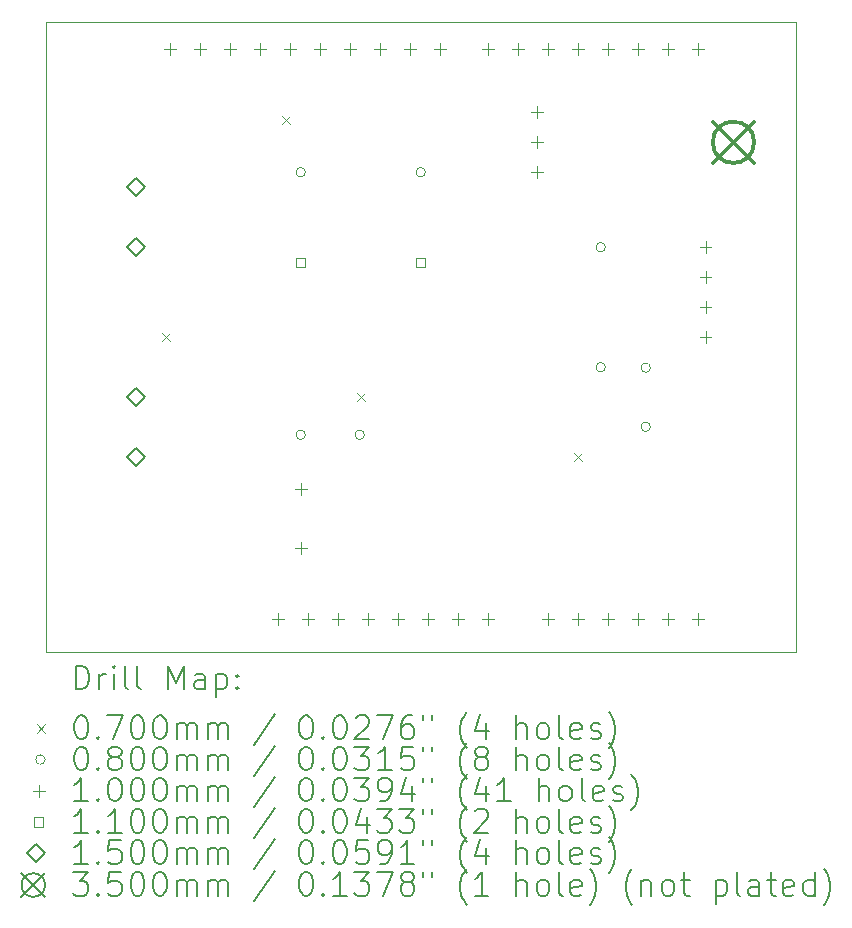
<source format=gbr>
%FSLAX45Y45*%
G04 Gerber Fmt 4.5, Leading zero omitted, Abs format (unit mm)*
G04 Created by KiCad (PCBNEW (6.0.4)) date 2023-05-26 11:35:15*
%MOMM*%
%LPD*%
G01*
G04 APERTURE LIST*
%TA.AperFunction,Profile*%
%ADD10C,0.100000*%
%TD*%
%ADD11C,0.200000*%
%ADD12C,0.070000*%
%ADD13C,0.080000*%
%ADD14C,0.100000*%
%ADD15C,0.110000*%
%ADD16C,0.150000*%
%ADD17C,0.350000*%
G04 APERTURE END LIST*
D10*
X19558000Y-10541000D02*
X19558000Y-5207000D01*
X19558000Y-10541000D02*
X25908000Y-10541000D01*
X25908000Y-5207000D02*
X25908000Y-10541000D01*
X19558000Y-5207000D02*
X25908000Y-5207000D01*
D11*
D12*
X20539000Y-7839000D02*
X20609000Y-7909000D01*
X20609000Y-7839000D02*
X20539000Y-7909000D01*
X21555000Y-5997500D02*
X21625000Y-6067500D01*
X21625000Y-5997500D02*
X21555000Y-6067500D01*
X22190000Y-8347000D02*
X22260000Y-8417000D01*
X22260000Y-8347000D02*
X22190000Y-8417000D01*
X24031500Y-8855000D02*
X24101500Y-8925000D01*
X24101500Y-8855000D02*
X24031500Y-8925000D01*
D13*
X21757000Y-6477000D02*
G75*
G03*
X21757000Y-6477000I-40000J0D01*
G01*
X21757000Y-8699500D02*
G75*
G03*
X21757000Y-8699500I-40000J0D01*
G01*
X22257000Y-8699500D02*
G75*
G03*
X22257000Y-8699500I-40000J0D01*
G01*
X22773000Y-6477000D02*
G75*
G03*
X22773000Y-6477000I-40000J0D01*
G01*
X24297000Y-7112000D02*
G75*
G03*
X24297000Y-7112000I-40000J0D01*
G01*
X24297000Y-8128000D02*
G75*
G03*
X24297000Y-8128000I-40000J0D01*
G01*
X24678000Y-8132000D02*
G75*
G03*
X24678000Y-8132000I-40000J0D01*
G01*
X24678000Y-8632000D02*
G75*
G03*
X24678000Y-8632000I-40000J0D01*
G01*
D14*
X20612500Y-5385600D02*
X20612500Y-5485600D01*
X20562500Y-5435600D02*
X20662500Y-5435600D01*
X20866500Y-5385600D02*
X20866500Y-5485600D01*
X20816500Y-5435600D02*
X20916500Y-5435600D01*
X21120500Y-5385600D02*
X21120500Y-5485600D01*
X21070500Y-5435600D02*
X21170500Y-5435600D01*
X21374500Y-5385600D02*
X21374500Y-5485600D01*
X21324500Y-5435600D02*
X21424500Y-5435600D01*
X21526500Y-10211600D02*
X21526500Y-10311600D01*
X21476500Y-10261600D02*
X21576500Y-10261600D01*
X21628500Y-5385600D02*
X21628500Y-5485600D01*
X21578500Y-5435600D02*
X21678500Y-5435600D01*
X21717000Y-9111232D02*
X21717000Y-9211232D01*
X21667000Y-9161232D02*
X21767000Y-9161232D01*
X21717000Y-9611232D02*
X21717000Y-9711232D01*
X21667000Y-9661232D02*
X21767000Y-9661232D01*
X21780500Y-10211600D02*
X21780500Y-10311600D01*
X21730500Y-10261600D02*
X21830500Y-10261600D01*
X21882500Y-5385600D02*
X21882500Y-5485600D01*
X21832500Y-5435600D02*
X21932500Y-5435600D01*
X22034500Y-10211600D02*
X22034500Y-10311600D01*
X21984500Y-10261600D02*
X22084500Y-10261600D01*
X22136500Y-5385600D02*
X22136500Y-5485600D01*
X22086500Y-5435600D02*
X22186500Y-5435600D01*
X22288500Y-10211600D02*
X22288500Y-10311600D01*
X22238500Y-10261600D02*
X22338500Y-10261600D01*
X22390500Y-5385600D02*
X22390500Y-5485600D01*
X22340500Y-5435600D02*
X22440500Y-5435600D01*
X22542500Y-10211600D02*
X22542500Y-10311600D01*
X22492500Y-10261600D02*
X22592500Y-10261600D01*
X22644500Y-5385600D02*
X22644500Y-5485600D01*
X22594500Y-5435600D02*
X22694500Y-5435600D01*
X22796500Y-10211600D02*
X22796500Y-10311600D01*
X22746500Y-10261600D02*
X22846500Y-10261600D01*
X22898500Y-5385600D02*
X22898500Y-5485600D01*
X22848500Y-5435600D02*
X22948500Y-5435600D01*
X23050500Y-10211600D02*
X23050500Y-10311600D01*
X23000500Y-10261600D02*
X23100500Y-10261600D01*
X23304500Y-5385600D02*
X23304500Y-5485600D01*
X23254500Y-5435600D02*
X23354500Y-5435600D01*
X23304500Y-10211600D02*
X23304500Y-10311600D01*
X23254500Y-10261600D02*
X23354500Y-10261600D01*
X23558500Y-5385600D02*
X23558500Y-5485600D01*
X23508500Y-5435600D02*
X23608500Y-5435600D01*
X23715000Y-5919000D02*
X23715000Y-6019000D01*
X23665000Y-5969000D02*
X23765000Y-5969000D01*
X23715000Y-6173000D02*
X23715000Y-6273000D01*
X23665000Y-6223000D02*
X23765000Y-6223000D01*
X23715000Y-6427000D02*
X23715000Y-6527000D01*
X23665000Y-6477000D02*
X23765000Y-6477000D01*
X23812500Y-5385600D02*
X23812500Y-5485600D01*
X23762500Y-5435600D02*
X23862500Y-5435600D01*
X23812500Y-10211600D02*
X23812500Y-10311600D01*
X23762500Y-10261600D02*
X23862500Y-10261600D01*
X24066500Y-5385600D02*
X24066500Y-5485600D01*
X24016500Y-5435600D02*
X24116500Y-5435600D01*
X24066500Y-10211600D02*
X24066500Y-10311600D01*
X24016500Y-10261600D02*
X24116500Y-10261600D01*
X24320500Y-5385600D02*
X24320500Y-5485600D01*
X24270500Y-5435600D02*
X24370500Y-5435600D01*
X24320500Y-10211600D02*
X24320500Y-10311600D01*
X24270500Y-10261600D02*
X24370500Y-10261600D01*
X24574500Y-5385600D02*
X24574500Y-5485600D01*
X24524500Y-5435600D02*
X24624500Y-5435600D01*
X24574500Y-10211600D02*
X24574500Y-10311600D01*
X24524500Y-10261600D02*
X24624500Y-10261600D01*
X24828500Y-5385600D02*
X24828500Y-5485600D01*
X24778500Y-5435600D02*
X24878500Y-5435600D01*
X24828500Y-10211600D02*
X24828500Y-10311600D01*
X24778500Y-10261600D02*
X24878500Y-10261600D01*
X25082500Y-5385600D02*
X25082500Y-5485600D01*
X25032500Y-5435600D02*
X25132500Y-5435600D01*
X25082500Y-10211600D02*
X25082500Y-10311600D01*
X25032500Y-10261600D02*
X25132500Y-10261600D01*
X25144500Y-7059500D02*
X25144500Y-7159500D01*
X25094500Y-7109500D02*
X25194500Y-7109500D01*
X25144500Y-7313500D02*
X25144500Y-7413500D01*
X25094500Y-7363500D02*
X25194500Y-7363500D01*
X25144500Y-7567500D02*
X25144500Y-7667500D01*
X25094500Y-7617500D02*
X25194500Y-7617500D01*
X25144500Y-7821500D02*
X25144500Y-7921500D01*
X25094500Y-7871500D02*
X25194500Y-7871500D01*
D15*
X21755891Y-7277891D02*
X21755891Y-7200109D01*
X21678109Y-7200109D01*
X21678109Y-7277891D01*
X21755891Y-7277891D01*
X22771891Y-7277891D02*
X22771891Y-7200109D01*
X22694109Y-7200109D01*
X22694109Y-7277891D01*
X22771891Y-7277891D01*
D16*
X20320000Y-6679000D02*
X20395000Y-6604000D01*
X20320000Y-6529000D01*
X20245000Y-6604000D01*
X20320000Y-6679000D01*
X20320000Y-7187000D02*
X20395000Y-7112000D01*
X20320000Y-7037000D01*
X20245000Y-7112000D01*
X20320000Y-7187000D01*
X20320000Y-8457000D02*
X20395000Y-8382000D01*
X20320000Y-8307000D01*
X20245000Y-8382000D01*
X20320000Y-8457000D01*
X20320000Y-8965000D02*
X20395000Y-8890000D01*
X20320000Y-8815000D01*
X20245000Y-8890000D01*
X20320000Y-8965000D01*
D17*
X25206000Y-6048000D02*
X25556000Y-6398000D01*
X25556000Y-6048000D02*
X25206000Y-6398000D01*
X25556000Y-6223000D02*
G75*
G03*
X25556000Y-6223000I-175000J0D01*
G01*
D11*
X19810619Y-10856476D02*
X19810619Y-10656476D01*
X19858238Y-10656476D01*
X19886810Y-10666000D01*
X19905857Y-10685048D01*
X19915381Y-10704095D01*
X19924905Y-10742190D01*
X19924905Y-10770762D01*
X19915381Y-10808857D01*
X19905857Y-10827905D01*
X19886810Y-10846952D01*
X19858238Y-10856476D01*
X19810619Y-10856476D01*
X20010619Y-10856476D02*
X20010619Y-10723143D01*
X20010619Y-10761238D02*
X20020143Y-10742190D01*
X20029667Y-10732667D01*
X20048714Y-10723143D01*
X20067762Y-10723143D01*
X20134429Y-10856476D02*
X20134429Y-10723143D01*
X20134429Y-10656476D02*
X20124905Y-10666000D01*
X20134429Y-10675524D01*
X20143952Y-10666000D01*
X20134429Y-10656476D01*
X20134429Y-10675524D01*
X20258238Y-10856476D02*
X20239190Y-10846952D01*
X20229667Y-10827905D01*
X20229667Y-10656476D01*
X20363000Y-10856476D02*
X20343952Y-10846952D01*
X20334429Y-10827905D01*
X20334429Y-10656476D01*
X20591571Y-10856476D02*
X20591571Y-10656476D01*
X20658238Y-10799333D01*
X20724905Y-10656476D01*
X20724905Y-10856476D01*
X20905857Y-10856476D02*
X20905857Y-10751714D01*
X20896333Y-10732667D01*
X20877286Y-10723143D01*
X20839190Y-10723143D01*
X20820143Y-10732667D01*
X20905857Y-10846952D02*
X20886810Y-10856476D01*
X20839190Y-10856476D01*
X20820143Y-10846952D01*
X20810619Y-10827905D01*
X20810619Y-10808857D01*
X20820143Y-10789810D01*
X20839190Y-10780286D01*
X20886810Y-10780286D01*
X20905857Y-10770762D01*
X21001095Y-10723143D02*
X21001095Y-10923143D01*
X21001095Y-10732667D02*
X21020143Y-10723143D01*
X21058238Y-10723143D01*
X21077286Y-10732667D01*
X21086810Y-10742190D01*
X21096333Y-10761238D01*
X21096333Y-10818381D01*
X21086810Y-10837429D01*
X21077286Y-10846952D01*
X21058238Y-10856476D01*
X21020143Y-10856476D01*
X21001095Y-10846952D01*
X21182048Y-10837429D02*
X21191571Y-10846952D01*
X21182048Y-10856476D01*
X21172524Y-10846952D01*
X21182048Y-10837429D01*
X21182048Y-10856476D01*
X21182048Y-10732667D02*
X21191571Y-10742190D01*
X21182048Y-10751714D01*
X21172524Y-10742190D01*
X21182048Y-10732667D01*
X21182048Y-10751714D01*
D12*
X19483000Y-11151000D02*
X19553000Y-11221000D01*
X19553000Y-11151000D02*
X19483000Y-11221000D01*
D11*
X19848714Y-11076476D02*
X19867762Y-11076476D01*
X19886810Y-11086000D01*
X19896333Y-11095524D01*
X19905857Y-11114571D01*
X19915381Y-11152667D01*
X19915381Y-11200286D01*
X19905857Y-11238381D01*
X19896333Y-11257428D01*
X19886810Y-11266952D01*
X19867762Y-11276476D01*
X19848714Y-11276476D01*
X19829667Y-11266952D01*
X19820143Y-11257428D01*
X19810619Y-11238381D01*
X19801095Y-11200286D01*
X19801095Y-11152667D01*
X19810619Y-11114571D01*
X19820143Y-11095524D01*
X19829667Y-11086000D01*
X19848714Y-11076476D01*
X20001095Y-11257428D02*
X20010619Y-11266952D01*
X20001095Y-11276476D01*
X19991571Y-11266952D01*
X20001095Y-11257428D01*
X20001095Y-11276476D01*
X20077286Y-11076476D02*
X20210619Y-11076476D01*
X20124905Y-11276476D01*
X20324905Y-11076476D02*
X20343952Y-11076476D01*
X20363000Y-11086000D01*
X20372524Y-11095524D01*
X20382048Y-11114571D01*
X20391571Y-11152667D01*
X20391571Y-11200286D01*
X20382048Y-11238381D01*
X20372524Y-11257428D01*
X20363000Y-11266952D01*
X20343952Y-11276476D01*
X20324905Y-11276476D01*
X20305857Y-11266952D01*
X20296333Y-11257428D01*
X20286810Y-11238381D01*
X20277286Y-11200286D01*
X20277286Y-11152667D01*
X20286810Y-11114571D01*
X20296333Y-11095524D01*
X20305857Y-11086000D01*
X20324905Y-11076476D01*
X20515381Y-11076476D02*
X20534429Y-11076476D01*
X20553476Y-11086000D01*
X20563000Y-11095524D01*
X20572524Y-11114571D01*
X20582048Y-11152667D01*
X20582048Y-11200286D01*
X20572524Y-11238381D01*
X20563000Y-11257428D01*
X20553476Y-11266952D01*
X20534429Y-11276476D01*
X20515381Y-11276476D01*
X20496333Y-11266952D01*
X20486810Y-11257428D01*
X20477286Y-11238381D01*
X20467762Y-11200286D01*
X20467762Y-11152667D01*
X20477286Y-11114571D01*
X20486810Y-11095524D01*
X20496333Y-11086000D01*
X20515381Y-11076476D01*
X20667762Y-11276476D02*
X20667762Y-11143143D01*
X20667762Y-11162190D02*
X20677286Y-11152667D01*
X20696333Y-11143143D01*
X20724905Y-11143143D01*
X20743952Y-11152667D01*
X20753476Y-11171714D01*
X20753476Y-11276476D01*
X20753476Y-11171714D02*
X20763000Y-11152667D01*
X20782048Y-11143143D01*
X20810619Y-11143143D01*
X20829667Y-11152667D01*
X20839190Y-11171714D01*
X20839190Y-11276476D01*
X20934429Y-11276476D02*
X20934429Y-11143143D01*
X20934429Y-11162190D02*
X20943952Y-11152667D01*
X20963000Y-11143143D01*
X20991571Y-11143143D01*
X21010619Y-11152667D01*
X21020143Y-11171714D01*
X21020143Y-11276476D01*
X21020143Y-11171714D02*
X21029667Y-11152667D01*
X21048714Y-11143143D01*
X21077286Y-11143143D01*
X21096333Y-11152667D01*
X21105857Y-11171714D01*
X21105857Y-11276476D01*
X21496333Y-11066952D02*
X21324905Y-11324095D01*
X21753476Y-11076476D02*
X21772524Y-11076476D01*
X21791571Y-11086000D01*
X21801095Y-11095524D01*
X21810619Y-11114571D01*
X21820143Y-11152667D01*
X21820143Y-11200286D01*
X21810619Y-11238381D01*
X21801095Y-11257428D01*
X21791571Y-11266952D01*
X21772524Y-11276476D01*
X21753476Y-11276476D01*
X21734429Y-11266952D01*
X21724905Y-11257428D01*
X21715381Y-11238381D01*
X21705857Y-11200286D01*
X21705857Y-11152667D01*
X21715381Y-11114571D01*
X21724905Y-11095524D01*
X21734429Y-11086000D01*
X21753476Y-11076476D01*
X21905857Y-11257428D02*
X21915381Y-11266952D01*
X21905857Y-11276476D01*
X21896333Y-11266952D01*
X21905857Y-11257428D01*
X21905857Y-11276476D01*
X22039190Y-11076476D02*
X22058238Y-11076476D01*
X22077286Y-11086000D01*
X22086810Y-11095524D01*
X22096333Y-11114571D01*
X22105857Y-11152667D01*
X22105857Y-11200286D01*
X22096333Y-11238381D01*
X22086810Y-11257428D01*
X22077286Y-11266952D01*
X22058238Y-11276476D01*
X22039190Y-11276476D01*
X22020143Y-11266952D01*
X22010619Y-11257428D01*
X22001095Y-11238381D01*
X21991571Y-11200286D01*
X21991571Y-11152667D01*
X22001095Y-11114571D01*
X22010619Y-11095524D01*
X22020143Y-11086000D01*
X22039190Y-11076476D01*
X22182048Y-11095524D02*
X22191571Y-11086000D01*
X22210619Y-11076476D01*
X22258238Y-11076476D01*
X22277286Y-11086000D01*
X22286810Y-11095524D01*
X22296333Y-11114571D01*
X22296333Y-11133619D01*
X22286810Y-11162190D01*
X22172524Y-11276476D01*
X22296333Y-11276476D01*
X22363000Y-11076476D02*
X22496333Y-11076476D01*
X22410619Y-11276476D01*
X22658238Y-11076476D02*
X22620143Y-11076476D01*
X22601095Y-11086000D01*
X22591571Y-11095524D01*
X22572524Y-11124095D01*
X22563000Y-11162190D01*
X22563000Y-11238381D01*
X22572524Y-11257428D01*
X22582048Y-11266952D01*
X22601095Y-11276476D01*
X22639190Y-11276476D01*
X22658238Y-11266952D01*
X22667762Y-11257428D01*
X22677286Y-11238381D01*
X22677286Y-11190762D01*
X22667762Y-11171714D01*
X22658238Y-11162190D01*
X22639190Y-11152667D01*
X22601095Y-11152667D01*
X22582048Y-11162190D01*
X22572524Y-11171714D01*
X22563000Y-11190762D01*
X22753476Y-11076476D02*
X22753476Y-11114571D01*
X22829667Y-11076476D02*
X22829667Y-11114571D01*
X23124905Y-11352667D02*
X23115381Y-11343143D01*
X23096333Y-11314571D01*
X23086809Y-11295524D01*
X23077286Y-11266952D01*
X23067762Y-11219333D01*
X23067762Y-11181238D01*
X23077286Y-11133619D01*
X23086809Y-11105048D01*
X23096333Y-11086000D01*
X23115381Y-11057429D01*
X23124905Y-11047905D01*
X23286809Y-11143143D02*
X23286809Y-11276476D01*
X23239190Y-11066952D02*
X23191571Y-11209809D01*
X23315381Y-11209809D01*
X23543952Y-11276476D02*
X23543952Y-11076476D01*
X23629667Y-11276476D02*
X23629667Y-11171714D01*
X23620143Y-11152667D01*
X23601095Y-11143143D01*
X23572524Y-11143143D01*
X23553476Y-11152667D01*
X23543952Y-11162190D01*
X23753476Y-11276476D02*
X23734428Y-11266952D01*
X23724905Y-11257428D01*
X23715381Y-11238381D01*
X23715381Y-11181238D01*
X23724905Y-11162190D01*
X23734428Y-11152667D01*
X23753476Y-11143143D01*
X23782048Y-11143143D01*
X23801095Y-11152667D01*
X23810619Y-11162190D01*
X23820143Y-11181238D01*
X23820143Y-11238381D01*
X23810619Y-11257428D01*
X23801095Y-11266952D01*
X23782048Y-11276476D01*
X23753476Y-11276476D01*
X23934428Y-11276476D02*
X23915381Y-11266952D01*
X23905857Y-11247905D01*
X23905857Y-11076476D01*
X24086809Y-11266952D02*
X24067762Y-11276476D01*
X24029667Y-11276476D01*
X24010619Y-11266952D01*
X24001095Y-11247905D01*
X24001095Y-11171714D01*
X24010619Y-11152667D01*
X24029667Y-11143143D01*
X24067762Y-11143143D01*
X24086809Y-11152667D01*
X24096333Y-11171714D01*
X24096333Y-11190762D01*
X24001095Y-11209809D01*
X24172524Y-11266952D02*
X24191571Y-11276476D01*
X24229667Y-11276476D01*
X24248714Y-11266952D01*
X24258238Y-11247905D01*
X24258238Y-11238381D01*
X24248714Y-11219333D01*
X24229667Y-11209809D01*
X24201095Y-11209809D01*
X24182048Y-11200286D01*
X24172524Y-11181238D01*
X24172524Y-11171714D01*
X24182048Y-11152667D01*
X24201095Y-11143143D01*
X24229667Y-11143143D01*
X24248714Y-11152667D01*
X24324905Y-11352667D02*
X24334428Y-11343143D01*
X24353476Y-11314571D01*
X24363000Y-11295524D01*
X24372524Y-11266952D01*
X24382048Y-11219333D01*
X24382048Y-11181238D01*
X24372524Y-11133619D01*
X24363000Y-11105048D01*
X24353476Y-11086000D01*
X24334428Y-11057429D01*
X24324905Y-11047905D01*
D13*
X19553000Y-11450000D02*
G75*
G03*
X19553000Y-11450000I-40000J0D01*
G01*
D11*
X19848714Y-11340476D02*
X19867762Y-11340476D01*
X19886810Y-11350000D01*
X19896333Y-11359524D01*
X19905857Y-11378571D01*
X19915381Y-11416667D01*
X19915381Y-11464286D01*
X19905857Y-11502381D01*
X19896333Y-11521428D01*
X19886810Y-11530952D01*
X19867762Y-11540476D01*
X19848714Y-11540476D01*
X19829667Y-11530952D01*
X19820143Y-11521428D01*
X19810619Y-11502381D01*
X19801095Y-11464286D01*
X19801095Y-11416667D01*
X19810619Y-11378571D01*
X19820143Y-11359524D01*
X19829667Y-11350000D01*
X19848714Y-11340476D01*
X20001095Y-11521428D02*
X20010619Y-11530952D01*
X20001095Y-11540476D01*
X19991571Y-11530952D01*
X20001095Y-11521428D01*
X20001095Y-11540476D01*
X20124905Y-11426190D02*
X20105857Y-11416667D01*
X20096333Y-11407143D01*
X20086810Y-11388095D01*
X20086810Y-11378571D01*
X20096333Y-11359524D01*
X20105857Y-11350000D01*
X20124905Y-11340476D01*
X20163000Y-11340476D01*
X20182048Y-11350000D01*
X20191571Y-11359524D01*
X20201095Y-11378571D01*
X20201095Y-11388095D01*
X20191571Y-11407143D01*
X20182048Y-11416667D01*
X20163000Y-11426190D01*
X20124905Y-11426190D01*
X20105857Y-11435714D01*
X20096333Y-11445238D01*
X20086810Y-11464286D01*
X20086810Y-11502381D01*
X20096333Y-11521428D01*
X20105857Y-11530952D01*
X20124905Y-11540476D01*
X20163000Y-11540476D01*
X20182048Y-11530952D01*
X20191571Y-11521428D01*
X20201095Y-11502381D01*
X20201095Y-11464286D01*
X20191571Y-11445238D01*
X20182048Y-11435714D01*
X20163000Y-11426190D01*
X20324905Y-11340476D02*
X20343952Y-11340476D01*
X20363000Y-11350000D01*
X20372524Y-11359524D01*
X20382048Y-11378571D01*
X20391571Y-11416667D01*
X20391571Y-11464286D01*
X20382048Y-11502381D01*
X20372524Y-11521428D01*
X20363000Y-11530952D01*
X20343952Y-11540476D01*
X20324905Y-11540476D01*
X20305857Y-11530952D01*
X20296333Y-11521428D01*
X20286810Y-11502381D01*
X20277286Y-11464286D01*
X20277286Y-11416667D01*
X20286810Y-11378571D01*
X20296333Y-11359524D01*
X20305857Y-11350000D01*
X20324905Y-11340476D01*
X20515381Y-11340476D02*
X20534429Y-11340476D01*
X20553476Y-11350000D01*
X20563000Y-11359524D01*
X20572524Y-11378571D01*
X20582048Y-11416667D01*
X20582048Y-11464286D01*
X20572524Y-11502381D01*
X20563000Y-11521428D01*
X20553476Y-11530952D01*
X20534429Y-11540476D01*
X20515381Y-11540476D01*
X20496333Y-11530952D01*
X20486810Y-11521428D01*
X20477286Y-11502381D01*
X20467762Y-11464286D01*
X20467762Y-11416667D01*
X20477286Y-11378571D01*
X20486810Y-11359524D01*
X20496333Y-11350000D01*
X20515381Y-11340476D01*
X20667762Y-11540476D02*
X20667762Y-11407143D01*
X20667762Y-11426190D02*
X20677286Y-11416667D01*
X20696333Y-11407143D01*
X20724905Y-11407143D01*
X20743952Y-11416667D01*
X20753476Y-11435714D01*
X20753476Y-11540476D01*
X20753476Y-11435714D02*
X20763000Y-11416667D01*
X20782048Y-11407143D01*
X20810619Y-11407143D01*
X20829667Y-11416667D01*
X20839190Y-11435714D01*
X20839190Y-11540476D01*
X20934429Y-11540476D02*
X20934429Y-11407143D01*
X20934429Y-11426190D02*
X20943952Y-11416667D01*
X20963000Y-11407143D01*
X20991571Y-11407143D01*
X21010619Y-11416667D01*
X21020143Y-11435714D01*
X21020143Y-11540476D01*
X21020143Y-11435714D02*
X21029667Y-11416667D01*
X21048714Y-11407143D01*
X21077286Y-11407143D01*
X21096333Y-11416667D01*
X21105857Y-11435714D01*
X21105857Y-11540476D01*
X21496333Y-11330952D02*
X21324905Y-11588095D01*
X21753476Y-11340476D02*
X21772524Y-11340476D01*
X21791571Y-11350000D01*
X21801095Y-11359524D01*
X21810619Y-11378571D01*
X21820143Y-11416667D01*
X21820143Y-11464286D01*
X21810619Y-11502381D01*
X21801095Y-11521428D01*
X21791571Y-11530952D01*
X21772524Y-11540476D01*
X21753476Y-11540476D01*
X21734429Y-11530952D01*
X21724905Y-11521428D01*
X21715381Y-11502381D01*
X21705857Y-11464286D01*
X21705857Y-11416667D01*
X21715381Y-11378571D01*
X21724905Y-11359524D01*
X21734429Y-11350000D01*
X21753476Y-11340476D01*
X21905857Y-11521428D02*
X21915381Y-11530952D01*
X21905857Y-11540476D01*
X21896333Y-11530952D01*
X21905857Y-11521428D01*
X21905857Y-11540476D01*
X22039190Y-11340476D02*
X22058238Y-11340476D01*
X22077286Y-11350000D01*
X22086810Y-11359524D01*
X22096333Y-11378571D01*
X22105857Y-11416667D01*
X22105857Y-11464286D01*
X22096333Y-11502381D01*
X22086810Y-11521428D01*
X22077286Y-11530952D01*
X22058238Y-11540476D01*
X22039190Y-11540476D01*
X22020143Y-11530952D01*
X22010619Y-11521428D01*
X22001095Y-11502381D01*
X21991571Y-11464286D01*
X21991571Y-11416667D01*
X22001095Y-11378571D01*
X22010619Y-11359524D01*
X22020143Y-11350000D01*
X22039190Y-11340476D01*
X22172524Y-11340476D02*
X22296333Y-11340476D01*
X22229667Y-11416667D01*
X22258238Y-11416667D01*
X22277286Y-11426190D01*
X22286810Y-11435714D01*
X22296333Y-11454762D01*
X22296333Y-11502381D01*
X22286810Y-11521428D01*
X22277286Y-11530952D01*
X22258238Y-11540476D01*
X22201095Y-11540476D01*
X22182048Y-11530952D01*
X22172524Y-11521428D01*
X22486809Y-11540476D02*
X22372524Y-11540476D01*
X22429667Y-11540476D02*
X22429667Y-11340476D01*
X22410619Y-11369048D01*
X22391571Y-11388095D01*
X22372524Y-11397619D01*
X22667762Y-11340476D02*
X22572524Y-11340476D01*
X22563000Y-11435714D01*
X22572524Y-11426190D01*
X22591571Y-11416667D01*
X22639190Y-11416667D01*
X22658238Y-11426190D01*
X22667762Y-11435714D01*
X22677286Y-11454762D01*
X22677286Y-11502381D01*
X22667762Y-11521428D01*
X22658238Y-11530952D01*
X22639190Y-11540476D01*
X22591571Y-11540476D01*
X22572524Y-11530952D01*
X22563000Y-11521428D01*
X22753476Y-11340476D02*
X22753476Y-11378571D01*
X22829667Y-11340476D02*
X22829667Y-11378571D01*
X23124905Y-11616667D02*
X23115381Y-11607143D01*
X23096333Y-11578571D01*
X23086809Y-11559524D01*
X23077286Y-11530952D01*
X23067762Y-11483333D01*
X23067762Y-11445238D01*
X23077286Y-11397619D01*
X23086809Y-11369048D01*
X23096333Y-11350000D01*
X23115381Y-11321428D01*
X23124905Y-11311905D01*
X23229667Y-11426190D02*
X23210619Y-11416667D01*
X23201095Y-11407143D01*
X23191571Y-11388095D01*
X23191571Y-11378571D01*
X23201095Y-11359524D01*
X23210619Y-11350000D01*
X23229667Y-11340476D01*
X23267762Y-11340476D01*
X23286809Y-11350000D01*
X23296333Y-11359524D01*
X23305857Y-11378571D01*
X23305857Y-11388095D01*
X23296333Y-11407143D01*
X23286809Y-11416667D01*
X23267762Y-11426190D01*
X23229667Y-11426190D01*
X23210619Y-11435714D01*
X23201095Y-11445238D01*
X23191571Y-11464286D01*
X23191571Y-11502381D01*
X23201095Y-11521428D01*
X23210619Y-11530952D01*
X23229667Y-11540476D01*
X23267762Y-11540476D01*
X23286809Y-11530952D01*
X23296333Y-11521428D01*
X23305857Y-11502381D01*
X23305857Y-11464286D01*
X23296333Y-11445238D01*
X23286809Y-11435714D01*
X23267762Y-11426190D01*
X23543952Y-11540476D02*
X23543952Y-11340476D01*
X23629667Y-11540476D02*
X23629667Y-11435714D01*
X23620143Y-11416667D01*
X23601095Y-11407143D01*
X23572524Y-11407143D01*
X23553476Y-11416667D01*
X23543952Y-11426190D01*
X23753476Y-11540476D02*
X23734428Y-11530952D01*
X23724905Y-11521428D01*
X23715381Y-11502381D01*
X23715381Y-11445238D01*
X23724905Y-11426190D01*
X23734428Y-11416667D01*
X23753476Y-11407143D01*
X23782048Y-11407143D01*
X23801095Y-11416667D01*
X23810619Y-11426190D01*
X23820143Y-11445238D01*
X23820143Y-11502381D01*
X23810619Y-11521428D01*
X23801095Y-11530952D01*
X23782048Y-11540476D01*
X23753476Y-11540476D01*
X23934428Y-11540476D02*
X23915381Y-11530952D01*
X23905857Y-11511905D01*
X23905857Y-11340476D01*
X24086809Y-11530952D02*
X24067762Y-11540476D01*
X24029667Y-11540476D01*
X24010619Y-11530952D01*
X24001095Y-11511905D01*
X24001095Y-11435714D01*
X24010619Y-11416667D01*
X24029667Y-11407143D01*
X24067762Y-11407143D01*
X24086809Y-11416667D01*
X24096333Y-11435714D01*
X24096333Y-11454762D01*
X24001095Y-11473809D01*
X24172524Y-11530952D02*
X24191571Y-11540476D01*
X24229667Y-11540476D01*
X24248714Y-11530952D01*
X24258238Y-11511905D01*
X24258238Y-11502381D01*
X24248714Y-11483333D01*
X24229667Y-11473809D01*
X24201095Y-11473809D01*
X24182048Y-11464286D01*
X24172524Y-11445238D01*
X24172524Y-11435714D01*
X24182048Y-11416667D01*
X24201095Y-11407143D01*
X24229667Y-11407143D01*
X24248714Y-11416667D01*
X24324905Y-11616667D02*
X24334428Y-11607143D01*
X24353476Y-11578571D01*
X24363000Y-11559524D01*
X24372524Y-11530952D01*
X24382048Y-11483333D01*
X24382048Y-11445238D01*
X24372524Y-11397619D01*
X24363000Y-11369048D01*
X24353476Y-11350000D01*
X24334428Y-11321428D01*
X24324905Y-11311905D01*
D14*
X19503000Y-11664000D02*
X19503000Y-11764000D01*
X19453000Y-11714000D02*
X19553000Y-11714000D01*
D11*
X19915381Y-11804476D02*
X19801095Y-11804476D01*
X19858238Y-11804476D02*
X19858238Y-11604476D01*
X19839190Y-11633048D01*
X19820143Y-11652095D01*
X19801095Y-11661619D01*
X20001095Y-11785428D02*
X20010619Y-11794952D01*
X20001095Y-11804476D01*
X19991571Y-11794952D01*
X20001095Y-11785428D01*
X20001095Y-11804476D01*
X20134429Y-11604476D02*
X20153476Y-11604476D01*
X20172524Y-11614000D01*
X20182048Y-11623524D01*
X20191571Y-11642571D01*
X20201095Y-11680667D01*
X20201095Y-11728286D01*
X20191571Y-11766381D01*
X20182048Y-11785428D01*
X20172524Y-11794952D01*
X20153476Y-11804476D01*
X20134429Y-11804476D01*
X20115381Y-11794952D01*
X20105857Y-11785428D01*
X20096333Y-11766381D01*
X20086810Y-11728286D01*
X20086810Y-11680667D01*
X20096333Y-11642571D01*
X20105857Y-11623524D01*
X20115381Y-11614000D01*
X20134429Y-11604476D01*
X20324905Y-11604476D02*
X20343952Y-11604476D01*
X20363000Y-11614000D01*
X20372524Y-11623524D01*
X20382048Y-11642571D01*
X20391571Y-11680667D01*
X20391571Y-11728286D01*
X20382048Y-11766381D01*
X20372524Y-11785428D01*
X20363000Y-11794952D01*
X20343952Y-11804476D01*
X20324905Y-11804476D01*
X20305857Y-11794952D01*
X20296333Y-11785428D01*
X20286810Y-11766381D01*
X20277286Y-11728286D01*
X20277286Y-11680667D01*
X20286810Y-11642571D01*
X20296333Y-11623524D01*
X20305857Y-11614000D01*
X20324905Y-11604476D01*
X20515381Y-11604476D02*
X20534429Y-11604476D01*
X20553476Y-11614000D01*
X20563000Y-11623524D01*
X20572524Y-11642571D01*
X20582048Y-11680667D01*
X20582048Y-11728286D01*
X20572524Y-11766381D01*
X20563000Y-11785428D01*
X20553476Y-11794952D01*
X20534429Y-11804476D01*
X20515381Y-11804476D01*
X20496333Y-11794952D01*
X20486810Y-11785428D01*
X20477286Y-11766381D01*
X20467762Y-11728286D01*
X20467762Y-11680667D01*
X20477286Y-11642571D01*
X20486810Y-11623524D01*
X20496333Y-11614000D01*
X20515381Y-11604476D01*
X20667762Y-11804476D02*
X20667762Y-11671143D01*
X20667762Y-11690190D02*
X20677286Y-11680667D01*
X20696333Y-11671143D01*
X20724905Y-11671143D01*
X20743952Y-11680667D01*
X20753476Y-11699714D01*
X20753476Y-11804476D01*
X20753476Y-11699714D02*
X20763000Y-11680667D01*
X20782048Y-11671143D01*
X20810619Y-11671143D01*
X20829667Y-11680667D01*
X20839190Y-11699714D01*
X20839190Y-11804476D01*
X20934429Y-11804476D02*
X20934429Y-11671143D01*
X20934429Y-11690190D02*
X20943952Y-11680667D01*
X20963000Y-11671143D01*
X20991571Y-11671143D01*
X21010619Y-11680667D01*
X21020143Y-11699714D01*
X21020143Y-11804476D01*
X21020143Y-11699714D02*
X21029667Y-11680667D01*
X21048714Y-11671143D01*
X21077286Y-11671143D01*
X21096333Y-11680667D01*
X21105857Y-11699714D01*
X21105857Y-11804476D01*
X21496333Y-11594952D02*
X21324905Y-11852095D01*
X21753476Y-11604476D02*
X21772524Y-11604476D01*
X21791571Y-11614000D01*
X21801095Y-11623524D01*
X21810619Y-11642571D01*
X21820143Y-11680667D01*
X21820143Y-11728286D01*
X21810619Y-11766381D01*
X21801095Y-11785428D01*
X21791571Y-11794952D01*
X21772524Y-11804476D01*
X21753476Y-11804476D01*
X21734429Y-11794952D01*
X21724905Y-11785428D01*
X21715381Y-11766381D01*
X21705857Y-11728286D01*
X21705857Y-11680667D01*
X21715381Y-11642571D01*
X21724905Y-11623524D01*
X21734429Y-11614000D01*
X21753476Y-11604476D01*
X21905857Y-11785428D02*
X21915381Y-11794952D01*
X21905857Y-11804476D01*
X21896333Y-11794952D01*
X21905857Y-11785428D01*
X21905857Y-11804476D01*
X22039190Y-11604476D02*
X22058238Y-11604476D01*
X22077286Y-11614000D01*
X22086810Y-11623524D01*
X22096333Y-11642571D01*
X22105857Y-11680667D01*
X22105857Y-11728286D01*
X22096333Y-11766381D01*
X22086810Y-11785428D01*
X22077286Y-11794952D01*
X22058238Y-11804476D01*
X22039190Y-11804476D01*
X22020143Y-11794952D01*
X22010619Y-11785428D01*
X22001095Y-11766381D01*
X21991571Y-11728286D01*
X21991571Y-11680667D01*
X22001095Y-11642571D01*
X22010619Y-11623524D01*
X22020143Y-11614000D01*
X22039190Y-11604476D01*
X22172524Y-11604476D02*
X22296333Y-11604476D01*
X22229667Y-11680667D01*
X22258238Y-11680667D01*
X22277286Y-11690190D01*
X22286810Y-11699714D01*
X22296333Y-11718762D01*
X22296333Y-11766381D01*
X22286810Y-11785428D01*
X22277286Y-11794952D01*
X22258238Y-11804476D01*
X22201095Y-11804476D01*
X22182048Y-11794952D01*
X22172524Y-11785428D01*
X22391571Y-11804476D02*
X22429667Y-11804476D01*
X22448714Y-11794952D01*
X22458238Y-11785428D01*
X22477286Y-11756857D01*
X22486809Y-11718762D01*
X22486809Y-11642571D01*
X22477286Y-11623524D01*
X22467762Y-11614000D01*
X22448714Y-11604476D01*
X22410619Y-11604476D01*
X22391571Y-11614000D01*
X22382048Y-11623524D01*
X22372524Y-11642571D01*
X22372524Y-11690190D01*
X22382048Y-11709238D01*
X22391571Y-11718762D01*
X22410619Y-11728286D01*
X22448714Y-11728286D01*
X22467762Y-11718762D01*
X22477286Y-11709238D01*
X22486809Y-11690190D01*
X22658238Y-11671143D02*
X22658238Y-11804476D01*
X22610619Y-11594952D02*
X22563000Y-11737809D01*
X22686809Y-11737809D01*
X22753476Y-11604476D02*
X22753476Y-11642571D01*
X22829667Y-11604476D02*
X22829667Y-11642571D01*
X23124905Y-11880667D02*
X23115381Y-11871143D01*
X23096333Y-11842571D01*
X23086809Y-11823524D01*
X23077286Y-11794952D01*
X23067762Y-11747333D01*
X23067762Y-11709238D01*
X23077286Y-11661619D01*
X23086809Y-11633048D01*
X23096333Y-11614000D01*
X23115381Y-11585428D01*
X23124905Y-11575905D01*
X23286809Y-11671143D02*
X23286809Y-11804476D01*
X23239190Y-11594952D02*
X23191571Y-11737809D01*
X23315381Y-11737809D01*
X23496333Y-11804476D02*
X23382048Y-11804476D01*
X23439190Y-11804476D02*
X23439190Y-11604476D01*
X23420143Y-11633048D01*
X23401095Y-11652095D01*
X23382048Y-11661619D01*
X23734428Y-11804476D02*
X23734428Y-11604476D01*
X23820143Y-11804476D02*
X23820143Y-11699714D01*
X23810619Y-11680667D01*
X23791571Y-11671143D01*
X23763000Y-11671143D01*
X23743952Y-11680667D01*
X23734428Y-11690190D01*
X23943952Y-11804476D02*
X23924905Y-11794952D01*
X23915381Y-11785428D01*
X23905857Y-11766381D01*
X23905857Y-11709238D01*
X23915381Y-11690190D01*
X23924905Y-11680667D01*
X23943952Y-11671143D01*
X23972524Y-11671143D01*
X23991571Y-11680667D01*
X24001095Y-11690190D01*
X24010619Y-11709238D01*
X24010619Y-11766381D01*
X24001095Y-11785428D01*
X23991571Y-11794952D01*
X23972524Y-11804476D01*
X23943952Y-11804476D01*
X24124905Y-11804476D02*
X24105857Y-11794952D01*
X24096333Y-11775905D01*
X24096333Y-11604476D01*
X24277286Y-11794952D02*
X24258238Y-11804476D01*
X24220143Y-11804476D01*
X24201095Y-11794952D01*
X24191571Y-11775905D01*
X24191571Y-11699714D01*
X24201095Y-11680667D01*
X24220143Y-11671143D01*
X24258238Y-11671143D01*
X24277286Y-11680667D01*
X24286809Y-11699714D01*
X24286809Y-11718762D01*
X24191571Y-11737809D01*
X24363000Y-11794952D02*
X24382048Y-11804476D01*
X24420143Y-11804476D01*
X24439190Y-11794952D01*
X24448714Y-11775905D01*
X24448714Y-11766381D01*
X24439190Y-11747333D01*
X24420143Y-11737809D01*
X24391571Y-11737809D01*
X24372524Y-11728286D01*
X24363000Y-11709238D01*
X24363000Y-11699714D01*
X24372524Y-11680667D01*
X24391571Y-11671143D01*
X24420143Y-11671143D01*
X24439190Y-11680667D01*
X24515381Y-11880667D02*
X24524905Y-11871143D01*
X24543952Y-11842571D01*
X24553476Y-11823524D01*
X24563000Y-11794952D01*
X24572524Y-11747333D01*
X24572524Y-11709238D01*
X24563000Y-11661619D01*
X24553476Y-11633048D01*
X24543952Y-11614000D01*
X24524905Y-11585428D01*
X24515381Y-11575905D01*
D15*
X19536891Y-12016891D02*
X19536891Y-11939109D01*
X19459109Y-11939109D01*
X19459109Y-12016891D01*
X19536891Y-12016891D01*
D11*
X19915381Y-12068476D02*
X19801095Y-12068476D01*
X19858238Y-12068476D02*
X19858238Y-11868476D01*
X19839190Y-11897048D01*
X19820143Y-11916095D01*
X19801095Y-11925619D01*
X20001095Y-12049428D02*
X20010619Y-12058952D01*
X20001095Y-12068476D01*
X19991571Y-12058952D01*
X20001095Y-12049428D01*
X20001095Y-12068476D01*
X20201095Y-12068476D02*
X20086810Y-12068476D01*
X20143952Y-12068476D02*
X20143952Y-11868476D01*
X20124905Y-11897048D01*
X20105857Y-11916095D01*
X20086810Y-11925619D01*
X20324905Y-11868476D02*
X20343952Y-11868476D01*
X20363000Y-11878000D01*
X20372524Y-11887524D01*
X20382048Y-11906571D01*
X20391571Y-11944667D01*
X20391571Y-11992286D01*
X20382048Y-12030381D01*
X20372524Y-12049428D01*
X20363000Y-12058952D01*
X20343952Y-12068476D01*
X20324905Y-12068476D01*
X20305857Y-12058952D01*
X20296333Y-12049428D01*
X20286810Y-12030381D01*
X20277286Y-11992286D01*
X20277286Y-11944667D01*
X20286810Y-11906571D01*
X20296333Y-11887524D01*
X20305857Y-11878000D01*
X20324905Y-11868476D01*
X20515381Y-11868476D02*
X20534429Y-11868476D01*
X20553476Y-11878000D01*
X20563000Y-11887524D01*
X20572524Y-11906571D01*
X20582048Y-11944667D01*
X20582048Y-11992286D01*
X20572524Y-12030381D01*
X20563000Y-12049428D01*
X20553476Y-12058952D01*
X20534429Y-12068476D01*
X20515381Y-12068476D01*
X20496333Y-12058952D01*
X20486810Y-12049428D01*
X20477286Y-12030381D01*
X20467762Y-11992286D01*
X20467762Y-11944667D01*
X20477286Y-11906571D01*
X20486810Y-11887524D01*
X20496333Y-11878000D01*
X20515381Y-11868476D01*
X20667762Y-12068476D02*
X20667762Y-11935143D01*
X20667762Y-11954190D02*
X20677286Y-11944667D01*
X20696333Y-11935143D01*
X20724905Y-11935143D01*
X20743952Y-11944667D01*
X20753476Y-11963714D01*
X20753476Y-12068476D01*
X20753476Y-11963714D02*
X20763000Y-11944667D01*
X20782048Y-11935143D01*
X20810619Y-11935143D01*
X20829667Y-11944667D01*
X20839190Y-11963714D01*
X20839190Y-12068476D01*
X20934429Y-12068476D02*
X20934429Y-11935143D01*
X20934429Y-11954190D02*
X20943952Y-11944667D01*
X20963000Y-11935143D01*
X20991571Y-11935143D01*
X21010619Y-11944667D01*
X21020143Y-11963714D01*
X21020143Y-12068476D01*
X21020143Y-11963714D02*
X21029667Y-11944667D01*
X21048714Y-11935143D01*
X21077286Y-11935143D01*
X21096333Y-11944667D01*
X21105857Y-11963714D01*
X21105857Y-12068476D01*
X21496333Y-11858952D02*
X21324905Y-12116095D01*
X21753476Y-11868476D02*
X21772524Y-11868476D01*
X21791571Y-11878000D01*
X21801095Y-11887524D01*
X21810619Y-11906571D01*
X21820143Y-11944667D01*
X21820143Y-11992286D01*
X21810619Y-12030381D01*
X21801095Y-12049428D01*
X21791571Y-12058952D01*
X21772524Y-12068476D01*
X21753476Y-12068476D01*
X21734429Y-12058952D01*
X21724905Y-12049428D01*
X21715381Y-12030381D01*
X21705857Y-11992286D01*
X21705857Y-11944667D01*
X21715381Y-11906571D01*
X21724905Y-11887524D01*
X21734429Y-11878000D01*
X21753476Y-11868476D01*
X21905857Y-12049428D02*
X21915381Y-12058952D01*
X21905857Y-12068476D01*
X21896333Y-12058952D01*
X21905857Y-12049428D01*
X21905857Y-12068476D01*
X22039190Y-11868476D02*
X22058238Y-11868476D01*
X22077286Y-11878000D01*
X22086810Y-11887524D01*
X22096333Y-11906571D01*
X22105857Y-11944667D01*
X22105857Y-11992286D01*
X22096333Y-12030381D01*
X22086810Y-12049428D01*
X22077286Y-12058952D01*
X22058238Y-12068476D01*
X22039190Y-12068476D01*
X22020143Y-12058952D01*
X22010619Y-12049428D01*
X22001095Y-12030381D01*
X21991571Y-11992286D01*
X21991571Y-11944667D01*
X22001095Y-11906571D01*
X22010619Y-11887524D01*
X22020143Y-11878000D01*
X22039190Y-11868476D01*
X22277286Y-11935143D02*
X22277286Y-12068476D01*
X22229667Y-11858952D02*
X22182048Y-12001809D01*
X22305857Y-12001809D01*
X22363000Y-11868476D02*
X22486809Y-11868476D01*
X22420143Y-11944667D01*
X22448714Y-11944667D01*
X22467762Y-11954190D01*
X22477286Y-11963714D01*
X22486809Y-11982762D01*
X22486809Y-12030381D01*
X22477286Y-12049428D01*
X22467762Y-12058952D01*
X22448714Y-12068476D01*
X22391571Y-12068476D01*
X22372524Y-12058952D01*
X22363000Y-12049428D01*
X22553476Y-11868476D02*
X22677286Y-11868476D01*
X22610619Y-11944667D01*
X22639190Y-11944667D01*
X22658238Y-11954190D01*
X22667762Y-11963714D01*
X22677286Y-11982762D01*
X22677286Y-12030381D01*
X22667762Y-12049428D01*
X22658238Y-12058952D01*
X22639190Y-12068476D01*
X22582048Y-12068476D01*
X22563000Y-12058952D01*
X22553476Y-12049428D01*
X22753476Y-11868476D02*
X22753476Y-11906571D01*
X22829667Y-11868476D02*
X22829667Y-11906571D01*
X23124905Y-12144667D02*
X23115381Y-12135143D01*
X23096333Y-12106571D01*
X23086809Y-12087524D01*
X23077286Y-12058952D01*
X23067762Y-12011333D01*
X23067762Y-11973238D01*
X23077286Y-11925619D01*
X23086809Y-11897048D01*
X23096333Y-11878000D01*
X23115381Y-11849428D01*
X23124905Y-11839905D01*
X23191571Y-11887524D02*
X23201095Y-11878000D01*
X23220143Y-11868476D01*
X23267762Y-11868476D01*
X23286809Y-11878000D01*
X23296333Y-11887524D01*
X23305857Y-11906571D01*
X23305857Y-11925619D01*
X23296333Y-11954190D01*
X23182048Y-12068476D01*
X23305857Y-12068476D01*
X23543952Y-12068476D02*
X23543952Y-11868476D01*
X23629667Y-12068476D02*
X23629667Y-11963714D01*
X23620143Y-11944667D01*
X23601095Y-11935143D01*
X23572524Y-11935143D01*
X23553476Y-11944667D01*
X23543952Y-11954190D01*
X23753476Y-12068476D02*
X23734428Y-12058952D01*
X23724905Y-12049428D01*
X23715381Y-12030381D01*
X23715381Y-11973238D01*
X23724905Y-11954190D01*
X23734428Y-11944667D01*
X23753476Y-11935143D01*
X23782048Y-11935143D01*
X23801095Y-11944667D01*
X23810619Y-11954190D01*
X23820143Y-11973238D01*
X23820143Y-12030381D01*
X23810619Y-12049428D01*
X23801095Y-12058952D01*
X23782048Y-12068476D01*
X23753476Y-12068476D01*
X23934428Y-12068476D02*
X23915381Y-12058952D01*
X23905857Y-12039905D01*
X23905857Y-11868476D01*
X24086809Y-12058952D02*
X24067762Y-12068476D01*
X24029667Y-12068476D01*
X24010619Y-12058952D01*
X24001095Y-12039905D01*
X24001095Y-11963714D01*
X24010619Y-11944667D01*
X24029667Y-11935143D01*
X24067762Y-11935143D01*
X24086809Y-11944667D01*
X24096333Y-11963714D01*
X24096333Y-11982762D01*
X24001095Y-12001809D01*
X24172524Y-12058952D02*
X24191571Y-12068476D01*
X24229667Y-12068476D01*
X24248714Y-12058952D01*
X24258238Y-12039905D01*
X24258238Y-12030381D01*
X24248714Y-12011333D01*
X24229667Y-12001809D01*
X24201095Y-12001809D01*
X24182048Y-11992286D01*
X24172524Y-11973238D01*
X24172524Y-11963714D01*
X24182048Y-11944667D01*
X24201095Y-11935143D01*
X24229667Y-11935143D01*
X24248714Y-11944667D01*
X24324905Y-12144667D02*
X24334428Y-12135143D01*
X24353476Y-12106571D01*
X24363000Y-12087524D01*
X24372524Y-12058952D01*
X24382048Y-12011333D01*
X24382048Y-11973238D01*
X24372524Y-11925619D01*
X24363000Y-11897048D01*
X24353476Y-11878000D01*
X24334428Y-11849428D01*
X24324905Y-11839905D01*
D16*
X19478000Y-12317000D02*
X19553000Y-12242000D01*
X19478000Y-12167000D01*
X19403000Y-12242000D01*
X19478000Y-12317000D01*
D11*
X19915381Y-12332476D02*
X19801095Y-12332476D01*
X19858238Y-12332476D02*
X19858238Y-12132476D01*
X19839190Y-12161048D01*
X19820143Y-12180095D01*
X19801095Y-12189619D01*
X20001095Y-12313428D02*
X20010619Y-12322952D01*
X20001095Y-12332476D01*
X19991571Y-12322952D01*
X20001095Y-12313428D01*
X20001095Y-12332476D01*
X20191571Y-12132476D02*
X20096333Y-12132476D01*
X20086810Y-12227714D01*
X20096333Y-12218190D01*
X20115381Y-12208667D01*
X20163000Y-12208667D01*
X20182048Y-12218190D01*
X20191571Y-12227714D01*
X20201095Y-12246762D01*
X20201095Y-12294381D01*
X20191571Y-12313428D01*
X20182048Y-12322952D01*
X20163000Y-12332476D01*
X20115381Y-12332476D01*
X20096333Y-12322952D01*
X20086810Y-12313428D01*
X20324905Y-12132476D02*
X20343952Y-12132476D01*
X20363000Y-12142000D01*
X20372524Y-12151524D01*
X20382048Y-12170571D01*
X20391571Y-12208667D01*
X20391571Y-12256286D01*
X20382048Y-12294381D01*
X20372524Y-12313428D01*
X20363000Y-12322952D01*
X20343952Y-12332476D01*
X20324905Y-12332476D01*
X20305857Y-12322952D01*
X20296333Y-12313428D01*
X20286810Y-12294381D01*
X20277286Y-12256286D01*
X20277286Y-12208667D01*
X20286810Y-12170571D01*
X20296333Y-12151524D01*
X20305857Y-12142000D01*
X20324905Y-12132476D01*
X20515381Y-12132476D02*
X20534429Y-12132476D01*
X20553476Y-12142000D01*
X20563000Y-12151524D01*
X20572524Y-12170571D01*
X20582048Y-12208667D01*
X20582048Y-12256286D01*
X20572524Y-12294381D01*
X20563000Y-12313428D01*
X20553476Y-12322952D01*
X20534429Y-12332476D01*
X20515381Y-12332476D01*
X20496333Y-12322952D01*
X20486810Y-12313428D01*
X20477286Y-12294381D01*
X20467762Y-12256286D01*
X20467762Y-12208667D01*
X20477286Y-12170571D01*
X20486810Y-12151524D01*
X20496333Y-12142000D01*
X20515381Y-12132476D01*
X20667762Y-12332476D02*
X20667762Y-12199143D01*
X20667762Y-12218190D02*
X20677286Y-12208667D01*
X20696333Y-12199143D01*
X20724905Y-12199143D01*
X20743952Y-12208667D01*
X20753476Y-12227714D01*
X20753476Y-12332476D01*
X20753476Y-12227714D02*
X20763000Y-12208667D01*
X20782048Y-12199143D01*
X20810619Y-12199143D01*
X20829667Y-12208667D01*
X20839190Y-12227714D01*
X20839190Y-12332476D01*
X20934429Y-12332476D02*
X20934429Y-12199143D01*
X20934429Y-12218190D02*
X20943952Y-12208667D01*
X20963000Y-12199143D01*
X20991571Y-12199143D01*
X21010619Y-12208667D01*
X21020143Y-12227714D01*
X21020143Y-12332476D01*
X21020143Y-12227714D02*
X21029667Y-12208667D01*
X21048714Y-12199143D01*
X21077286Y-12199143D01*
X21096333Y-12208667D01*
X21105857Y-12227714D01*
X21105857Y-12332476D01*
X21496333Y-12122952D02*
X21324905Y-12380095D01*
X21753476Y-12132476D02*
X21772524Y-12132476D01*
X21791571Y-12142000D01*
X21801095Y-12151524D01*
X21810619Y-12170571D01*
X21820143Y-12208667D01*
X21820143Y-12256286D01*
X21810619Y-12294381D01*
X21801095Y-12313428D01*
X21791571Y-12322952D01*
X21772524Y-12332476D01*
X21753476Y-12332476D01*
X21734429Y-12322952D01*
X21724905Y-12313428D01*
X21715381Y-12294381D01*
X21705857Y-12256286D01*
X21705857Y-12208667D01*
X21715381Y-12170571D01*
X21724905Y-12151524D01*
X21734429Y-12142000D01*
X21753476Y-12132476D01*
X21905857Y-12313428D02*
X21915381Y-12322952D01*
X21905857Y-12332476D01*
X21896333Y-12322952D01*
X21905857Y-12313428D01*
X21905857Y-12332476D01*
X22039190Y-12132476D02*
X22058238Y-12132476D01*
X22077286Y-12142000D01*
X22086810Y-12151524D01*
X22096333Y-12170571D01*
X22105857Y-12208667D01*
X22105857Y-12256286D01*
X22096333Y-12294381D01*
X22086810Y-12313428D01*
X22077286Y-12322952D01*
X22058238Y-12332476D01*
X22039190Y-12332476D01*
X22020143Y-12322952D01*
X22010619Y-12313428D01*
X22001095Y-12294381D01*
X21991571Y-12256286D01*
X21991571Y-12208667D01*
X22001095Y-12170571D01*
X22010619Y-12151524D01*
X22020143Y-12142000D01*
X22039190Y-12132476D01*
X22286810Y-12132476D02*
X22191571Y-12132476D01*
X22182048Y-12227714D01*
X22191571Y-12218190D01*
X22210619Y-12208667D01*
X22258238Y-12208667D01*
X22277286Y-12218190D01*
X22286810Y-12227714D01*
X22296333Y-12246762D01*
X22296333Y-12294381D01*
X22286810Y-12313428D01*
X22277286Y-12322952D01*
X22258238Y-12332476D01*
X22210619Y-12332476D01*
X22191571Y-12322952D01*
X22182048Y-12313428D01*
X22391571Y-12332476D02*
X22429667Y-12332476D01*
X22448714Y-12322952D01*
X22458238Y-12313428D01*
X22477286Y-12284857D01*
X22486809Y-12246762D01*
X22486809Y-12170571D01*
X22477286Y-12151524D01*
X22467762Y-12142000D01*
X22448714Y-12132476D01*
X22410619Y-12132476D01*
X22391571Y-12142000D01*
X22382048Y-12151524D01*
X22372524Y-12170571D01*
X22372524Y-12218190D01*
X22382048Y-12237238D01*
X22391571Y-12246762D01*
X22410619Y-12256286D01*
X22448714Y-12256286D01*
X22467762Y-12246762D01*
X22477286Y-12237238D01*
X22486809Y-12218190D01*
X22677286Y-12332476D02*
X22563000Y-12332476D01*
X22620143Y-12332476D02*
X22620143Y-12132476D01*
X22601095Y-12161048D01*
X22582048Y-12180095D01*
X22563000Y-12189619D01*
X22753476Y-12132476D02*
X22753476Y-12170571D01*
X22829667Y-12132476D02*
X22829667Y-12170571D01*
X23124905Y-12408667D02*
X23115381Y-12399143D01*
X23096333Y-12370571D01*
X23086809Y-12351524D01*
X23077286Y-12322952D01*
X23067762Y-12275333D01*
X23067762Y-12237238D01*
X23077286Y-12189619D01*
X23086809Y-12161048D01*
X23096333Y-12142000D01*
X23115381Y-12113428D01*
X23124905Y-12103905D01*
X23286809Y-12199143D02*
X23286809Y-12332476D01*
X23239190Y-12122952D02*
X23191571Y-12265809D01*
X23315381Y-12265809D01*
X23543952Y-12332476D02*
X23543952Y-12132476D01*
X23629667Y-12332476D02*
X23629667Y-12227714D01*
X23620143Y-12208667D01*
X23601095Y-12199143D01*
X23572524Y-12199143D01*
X23553476Y-12208667D01*
X23543952Y-12218190D01*
X23753476Y-12332476D02*
X23734428Y-12322952D01*
X23724905Y-12313428D01*
X23715381Y-12294381D01*
X23715381Y-12237238D01*
X23724905Y-12218190D01*
X23734428Y-12208667D01*
X23753476Y-12199143D01*
X23782048Y-12199143D01*
X23801095Y-12208667D01*
X23810619Y-12218190D01*
X23820143Y-12237238D01*
X23820143Y-12294381D01*
X23810619Y-12313428D01*
X23801095Y-12322952D01*
X23782048Y-12332476D01*
X23753476Y-12332476D01*
X23934428Y-12332476D02*
X23915381Y-12322952D01*
X23905857Y-12303905D01*
X23905857Y-12132476D01*
X24086809Y-12322952D02*
X24067762Y-12332476D01*
X24029667Y-12332476D01*
X24010619Y-12322952D01*
X24001095Y-12303905D01*
X24001095Y-12227714D01*
X24010619Y-12208667D01*
X24029667Y-12199143D01*
X24067762Y-12199143D01*
X24086809Y-12208667D01*
X24096333Y-12227714D01*
X24096333Y-12246762D01*
X24001095Y-12265809D01*
X24172524Y-12322952D02*
X24191571Y-12332476D01*
X24229667Y-12332476D01*
X24248714Y-12322952D01*
X24258238Y-12303905D01*
X24258238Y-12294381D01*
X24248714Y-12275333D01*
X24229667Y-12265809D01*
X24201095Y-12265809D01*
X24182048Y-12256286D01*
X24172524Y-12237238D01*
X24172524Y-12227714D01*
X24182048Y-12208667D01*
X24201095Y-12199143D01*
X24229667Y-12199143D01*
X24248714Y-12208667D01*
X24324905Y-12408667D02*
X24334428Y-12399143D01*
X24353476Y-12370571D01*
X24363000Y-12351524D01*
X24372524Y-12322952D01*
X24382048Y-12275333D01*
X24382048Y-12237238D01*
X24372524Y-12189619D01*
X24363000Y-12161048D01*
X24353476Y-12142000D01*
X24334428Y-12113428D01*
X24324905Y-12103905D01*
X19353000Y-12412000D02*
X19553000Y-12612000D01*
X19553000Y-12412000D02*
X19353000Y-12612000D01*
X19553000Y-12512000D02*
G75*
G03*
X19553000Y-12512000I-100000J0D01*
G01*
X19791571Y-12402476D02*
X19915381Y-12402476D01*
X19848714Y-12478667D01*
X19877286Y-12478667D01*
X19896333Y-12488190D01*
X19905857Y-12497714D01*
X19915381Y-12516762D01*
X19915381Y-12564381D01*
X19905857Y-12583428D01*
X19896333Y-12592952D01*
X19877286Y-12602476D01*
X19820143Y-12602476D01*
X19801095Y-12592952D01*
X19791571Y-12583428D01*
X20001095Y-12583428D02*
X20010619Y-12592952D01*
X20001095Y-12602476D01*
X19991571Y-12592952D01*
X20001095Y-12583428D01*
X20001095Y-12602476D01*
X20191571Y-12402476D02*
X20096333Y-12402476D01*
X20086810Y-12497714D01*
X20096333Y-12488190D01*
X20115381Y-12478667D01*
X20163000Y-12478667D01*
X20182048Y-12488190D01*
X20191571Y-12497714D01*
X20201095Y-12516762D01*
X20201095Y-12564381D01*
X20191571Y-12583428D01*
X20182048Y-12592952D01*
X20163000Y-12602476D01*
X20115381Y-12602476D01*
X20096333Y-12592952D01*
X20086810Y-12583428D01*
X20324905Y-12402476D02*
X20343952Y-12402476D01*
X20363000Y-12412000D01*
X20372524Y-12421524D01*
X20382048Y-12440571D01*
X20391571Y-12478667D01*
X20391571Y-12526286D01*
X20382048Y-12564381D01*
X20372524Y-12583428D01*
X20363000Y-12592952D01*
X20343952Y-12602476D01*
X20324905Y-12602476D01*
X20305857Y-12592952D01*
X20296333Y-12583428D01*
X20286810Y-12564381D01*
X20277286Y-12526286D01*
X20277286Y-12478667D01*
X20286810Y-12440571D01*
X20296333Y-12421524D01*
X20305857Y-12412000D01*
X20324905Y-12402476D01*
X20515381Y-12402476D02*
X20534429Y-12402476D01*
X20553476Y-12412000D01*
X20563000Y-12421524D01*
X20572524Y-12440571D01*
X20582048Y-12478667D01*
X20582048Y-12526286D01*
X20572524Y-12564381D01*
X20563000Y-12583428D01*
X20553476Y-12592952D01*
X20534429Y-12602476D01*
X20515381Y-12602476D01*
X20496333Y-12592952D01*
X20486810Y-12583428D01*
X20477286Y-12564381D01*
X20467762Y-12526286D01*
X20467762Y-12478667D01*
X20477286Y-12440571D01*
X20486810Y-12421524D01*
X20496333Y-12412000D01*
X20515381Y-12402476D01*
X20667762Y-12602476D02*
X20667762Y-12469143D01*
X20667762Y-12488190D02*
X20677286Y-12478667D01*
X20696333Y-12469143D01*
X20724905Y-12469143D01*
X20743952Y-12478667D01*
X20753476Y-12497714D01*
X20753476Y-12602476D01*
X20753476Y-12497714D02*
X20763000Y-12478667D01*
X20782048Y-12469143D01*
X20810619Y-12469143D01*
X20829667Y-12478667D01*
X20839190Y-12497714D01*
X20839190Y-12602476D01*
X20934429Y-12602476D02*
X20934429Y-12469143D01*
X20934429Y-12488190D02*
X20943952Y-12478667D01*
X20963000Y-12469143D01*
X20991571Y-12469143D01*
X21010619Y-12478667D01*
X21020143Y-12497714D01*
X21020143Y-12602476D01*
X21020143Y-12497714D02*
X21029667Y-12478667D01*
X21048714Y-12469143D01*
X21077286Y-12469143D01*
X21096333Y-12478667D01*
X21105857Y-12497714D01*
X21105857Y-12602476D01*
X21496333Y-12392952D02*
X21324905Y-12650095D01*
X21753476Y-12402476D02*
X21772524Y-12402476D01*
X21791571Y-12412000D01*
X21801095Y-12421524D01*
X21810619Y-12440571D01*
X21820143Y-12478667D01*
X21820143Y-12526286D01*
X21810619Y-12564381D01*
X21801095Y-12583428D01*
X21791571Y-12592952D01*
X21772524Y-12602476D01*
X21753476Y-12602476D01*
X21734429Y-12592952D01*
X21724905Y-12583428D01*
X21715381Y-12564381D01*
X21705857Y-12526286D01*
X21705857Y-12478667D01*
X21715381Y-12440571D01*
X21724905Y-12421524D01*
X21734429Y-12412000D01*
X21753476Y-12402476D01*
X21905857Y-12583428D02*
X21915381Y-12592952D01*
X21905857Y-12602476D01*
X21896333Y-12592952D01*
X21905857Y-12583428D01*
X21905857Y-12602476D01*
X22105857Y-12602476D02*
X21991571Y-12602476D01*
X22048714Y-12602476D02*
X22048714Y-12402476D01*
X22029667Y-12431048D01*
X22010619Y-12450095D01*
X21991571Y-12459619D01*
X22172524Y-12402476D02*
X22296333Y-12402476D01*
X22229667Y-12478667D01*
X22258238Y-12478667D01*
X22277286Y-12488190D01*
X22286810Y-12497714D01*
X22296333Y-12516762D01*
X22296333Y-12564381D01*
X22286810Y-12583428D01*
X22277286Y-12592952D01*
X22258238Y-12602476D01*
X22201095Y-12602476D01*
X22182048Y-12592952D01*
X22172524Y-12583428D01*
X22363000Y-12402476D02*
X22496333Y-12402476D01*
X22410619Y-12602476D01*
X22601095Y-12488190D02*
X22582048Y-12478667D01*
X22572524Y-12469143D01*
X22563000Y-12450095D01*
X22563000Y-12440571D01*
X22572524Y-12421524D01*
X22582048Y-12412000D01*
X22601095Y-12402476D01*
X22639190Y-12402476D01*
X22658238Y-12412000D01*
X22667762Y-12421524D01*
X22677286Y-12440571D01*
X22677286Y-12450095D01*
X22667762Y-12469143D01*
X22658238Y-12478667D01*
X22639190Y-12488190D01*
X22601095Y-12488190D01*
X22582048Y-12497714D01*
X22572524Y-12507238D01*
X22563000Y-12526286D01*
X22563000Y-12564381D01*
X22572524Y-12583428D01*
X22582048Y-12592952D01*
X22601095Y-12602476D01*
X22639190Y-12602476D01*
X22658238Y-12592952D01*
X22667762Y-12583428D01*
X22677286Y-12564381D01*
X22677286Y-12526286D01*
X22667762Y-12507238D01*
X22658238Y-12497714D01*
X22639190Y-12488190D01*
X22753476Y-12402476D02*
X22753476Y-12440571D01*
X22829667Y-12402476D02*
X22829667Y-12440571D01*
X23124905Y-12678667D02*
X23115381Y-12669143D01*
X23096333Y-12640571D01*
X23086809Y-12621524D01*
X23077286Y-12592952D01*
X23067762Y-12545333D01*
X23067762Y-12507238D01*
X23077286Y-12459619D01*
X23086809Y-12431048D01*
X23096333Y-12412000D01*
X23115381Y-12383428D01*
X23124905Y-12373905D01*
X23305857Y-12602476D02*
X23191571Y-12602476D01*
X23248714Y-12602476D02*
X23248714Y-12402476D01*
X23229667Y-12431048D01*
X23210619Y-12450095D01*
X23191571Y-12459619D01*
X23543952Y-12602476D02*
X23543952Y-12402476D01*
X23629667Y-12602476D02*
X23629667Y-12497714D01*
X23620143Y-12478667D01*
X23601095Y-12469143D01*
X23572524Y-12469143D01*
X23553476Y-12478667D01*
X23543952Y-12488190D01*
X23753476Y-12602476D02*
X23734428Y-12592952D01*
X23724905Y-12583428D01*
X23715381Y-12564381D01*
X23715381Y-12507238D01*
X23724905Y-12488190D01*
X23734428Y-12478667D01*
X23753476Y-12469143D01*
X23782048Y-12469143D01*
X23801095Y-12478667D01*
X23810619Y-12488190D01*
X23820143Y-12507238D01*
X23820143Y-12564381D01*
X23810619Y-12583428D01*
X23801095Y-12592952D01*
X23782048Y-12602476D01*
X23753476Y-12602476D01*
X23934428Y-12602476D02*
X23915381Y-12592952D01*
X23905857Y-12573905D01*
X23905857Y-12402476D01*
X24086809Y-12592952D02*
X24067762Y-12602476D01*
X24029667Y-12602476D01*
X24010619Y-12592952D01*
X24001095Y-12573905D01*
X24001095Y-12497714D01*
X24010619Y-12478667D01*
X24029667Y-12469143D01*
X24067762Y-12469143D01*
X24086809Y-12478667D01*
X24096333Y-12497714D01*
X24096333Y-12516762D01*
X24001095Y-12535809D01*
X24163000Y-12678667D02*
X24172524Y-12669143D01*
X24191571Y-12640571D01*
X24201095Y-12621524D01*
X24210619Y-12592952D01*
X24220143Y-12545333D01*
X24220143Y-12507238D01*
X24210619Y-12459619D01*
X24201095Y-12431048D01*
X24191571Y-12412000D01*
X24172524Y-12383428D01*
X24163000Y-12373905D01*
X24524905Y-12678667D02*
X24515381Y-12669143D01*
X24496333Y-12640571D01*
X24486809Y-12621524D01*
X24477286Y-12592952D01*
X24467762Y-12545333D01*
X24467762Y-12507238D01*
X24477286Y-12459619D01*
X24486809Y-12431048D01*
X24496333Y-12412000D01*
X24515381Y-12383428D01*
X24524905Y-12373905D01*
X24601095Y-12469143D02*
X24601095Y-12602476D01*
X24601095Y-12488190D02*
X24610619Y-12478667D01*
X24629667Y-12469143D01*
X24658238Y-12469143D01*
X24677286Y-12478667D01*
X24686809Y-12497714D01*
X24686809Y-12602476D01*
X24810619Y-12602476D02*
X24791571Y-12592952D01*
X24782048Y-12583428D01*
X24772524Y-12564381D01*
X24772524Y-12507238D01*
X24782048Y-12488190D01*
X24791571Y-12478667D01*
X24810619Y-12469143D01*
X24839190Y-12469143D01*
X24858238Y-12478667D01*
X24867762Y-12488190D01*
X24877286Y-12507238D01*
X24877286Y-12564381D01*
X24867762Y-12583428D01*
X24858238Y-12592952D01*
X24839190Y-12602476D01*
X24810619Y-12602476D01*
X24934428Y-12469143D02*
X25010619Y-12469143D01*
X24963000Y-12402476D02*
X24963000Y-12573905D01*
X24972524Y-12592952D01*
X24991571Y-12602476D01*
X25010619Y-12602476D01*
X25229667Y-12469143D02*
X25229667Y-12669143D01*
X25229667Y-12478667D02*
X25248714Y-12469143D01*
X25286809Y-12469143D01*
X25305857Y-12478667D01*
X25315381Y-12488190D01*
X25324905Y-12507238D01*
X25324905Y-12564381D01*
X25315381Y-12583428D01*
X25305857Y-12592952D01*
X25286809Y-12602476D01*
X25248714Y-12602476D01*
X25229667Y-12592952D01*
X25439190Y-12602476D02*
X25420143Y-12592952D01*
X25410619Y-12573905D01*
X25410619Y-12402476D01*
X25601095Y-12602476D02*
X25601095Y-12497714D01*
X25591571Y-12478667D01*
X25572524Y-12469143D01*
X25534428Y-12469143D01*
X25515381Y-12478667D01*
X25601095Y-12592952D02*
X25582048Y-12602476D01*
X25534428Y-12602476D01*
X25515381Y-12592952D01*
X25505857Y-12573905D01*
X25505857Y-12554857D01*
X25515381Y-12535809D01*
X25534428Y-12526286D01*
X25582048Y-12526286D01*
X25601095Y-12516762D01*
X25667762Y-12469143D02*
X25743952Y-12469143D01*
X25696333Y-12402476D02*
X25696333Y-12573905D01*
X25705857Y-12592952D01*
X25724905Y-12602476D01*
X25743952Y-12602476D01*
X25886809Y-12592952D02*
X25867762Y-12602476D01*
X25829667Y-12602476D01*
X25810619Y-12592952D01*
X25801095Y-12573905D01*
X25801095Y-12497714D01*
X25810619Y-12478667D01*
X25829667Y-12469143D01*
X25867762Y-12469143D01*
X25886809Y-12478667D01*
X25896333Y-12497714D01*
X25896333Y-12516762D01*
X25801095Y-12535809D01*
X26067762Y-12602476D02*
X26067762Y-12402476D01*
X26067762Y-12592952D02*
X26048714Y-12602476D01*
X26010619Y-12602476D01*
X25991571Y-12592952D01*
X25982048Y-12583428D01*
X25972524Y-12564381D01*
X25972524Y-12507238D01*
X25982048Y-12488190D01*
X25991571Y-12478667D01*
X26010619Y-12469143D01*
X26048714Y-12469143D01*
X26067762Y-12478667D01*
X26143952Y-12678667D02*
X26153476Y-12669143D01*
X26172524Y-12640571D01*
X26182048Y-12621524D01*
X26191571Y-12592952D01*
X26201095Y-12545333D01*
X26201095Y-12507238D01*
X26191571Y-12459619D01*
X26182048Y-12431048D01*
X26172524Y-12412000D01*
X26153476Y-12383428D01*
X26143952Y-12373905D01*
M02*

</source>
